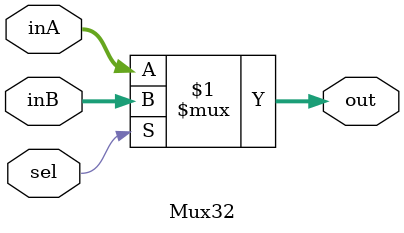
<source format=v>
`timescale 1ns / 1ps
module Mux32(
    input sel,
    input [31:0] inA,
    input [31:0] inB,
    output [31:0] out
    );
	
	assign out = sel ? inB : inA;

endmodule

</source>
